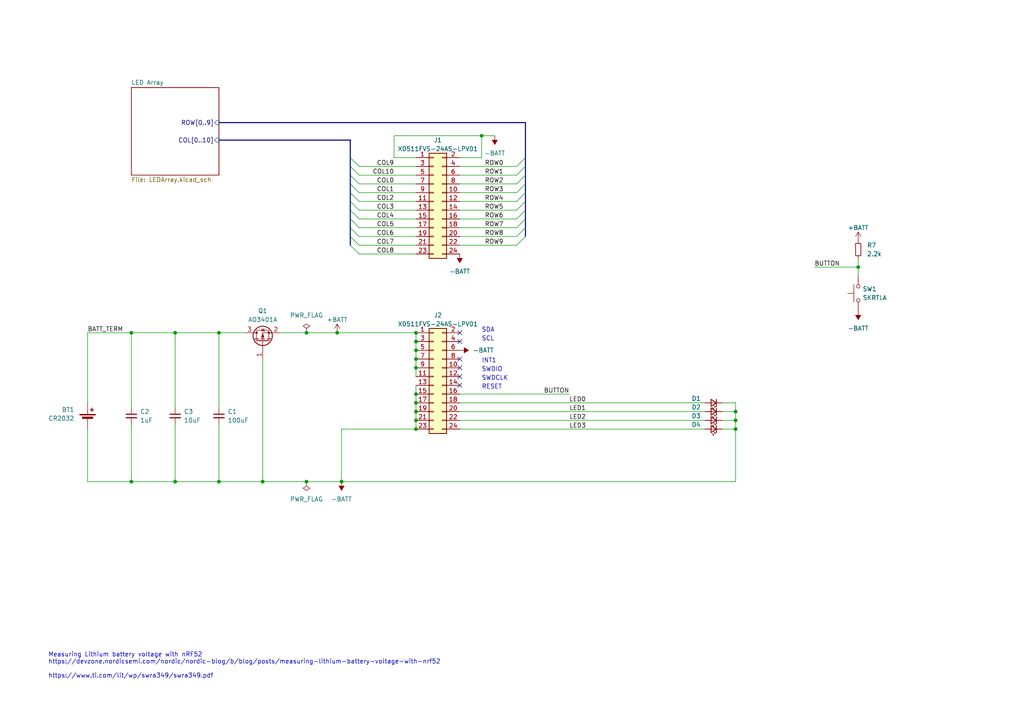
<source format=kicad_sch>
(kicad_sch (version 20230121) (generator eeschema)
  (paper "A4")
  (lib_symbols
    (symbol "Connector_Generic:Conn_02x12_Odd_Even" (pin_names (offset 1.016) hide)
      (property "Reference" "J" (at 1.27 15.24 0))
      (property "Value" "Conn_02x12_Odd_Even" (at 1.27 -17.78 0))
      (symbol "Conn_02x12_Odd_Even_1_1"
        (rectangle (start -1.27 -15.113) (end 0 -15.367) (stroke (width 0.1524)))
        (rectangle (start -1.27 -12.573) (end 0 -12.827) (stroke (width 0.1524)))
        (rectangle (start -1.27 -10.033) (end 0 -10.287) (stroke (width 0.1524)))
        (rectangle (start -1.27 -7.493) (end 0 -7.747) (stroke (width 0.1524)))
        (rectangle (start -1.27 -4.953) (end 0 -5.207) (stroke (width 0.1524)))
        (rectangle (start -1.27 -2.413) (end 0 -2.667) (stroke (width 0.1524)))
        (rectangle (start -1.27 0.127) (end 0 -0.127) (stroke (width 0.1524)))
        (rectangle (start -1.27 2.667) (end 0 2.413) (stroke (width 0.1524)))
        (rectangle (start -1.27 5.207) (end 0 4.953) (stroke (width 0.1524)))
        (rectangle (start -1.27 7.747) (end 0 7.493) (stroke (width 0.1524)))
        (rectangle (start -1.27 10.287) (end 0 10.033) (stroke (width 0.1524)))
        (rectangle (start -1.27 12.827) (end 0 12.573) (stroke (width 0.1524)))
        (rectangle (start -1.27 13.97) (end 3.81 -16.51) (stroke (width 0.254)) (fill (type background)))
        (rectangle (start 3.81 -15.113) (end 2.54 -15.367) (stroke (width 0.1524)))
        (rectangle (start 3.81 -12.573) (end 2.54 -12.827) (stroke (width 0.1524)))
        (rectangle (start 3.81 -10.033) (end 2.54 -10.287) (stroke (width 0.1524)))
        (rectangle (start 3.81 -7.493) (end 2.54 -7.747) (stroke (width 0.1524)))
        (rectangle (start 3.81 -4.953) (end 2.54 -5.207) (stroke (width 0.1524)))
        (rectangle (start 3.81 -2.413) (end 2.54 -2.667) (stroke (width 0.1524)))
        (rectangle (start 3.81 0.127) (end 2.54 -0.127) (stroke (width 0.1524)))
        (rectangle (start 3.81 2.667) (end 2.54 2.413) (stroke (width 0.1524)))
        (rectangle (start 3.81 5.207) (end 2.54 4.953) (stroke (width 0.1524)))
        (rectangle (start 3.81 7.747) (end 2.54 7.493) (stroke (width 0.1524)))
        (rectangle (start 3.81 10.287) (end 2.54 10.033) (stroke (width 0.1524)))
        (rectangle (start 3.81 12.827) (end 2.54 12.573) (stroke (width 0.1524)))
        (pin passive line (at -5.08 12.7 0) (length 3.81) (name "Pin_1") (number "1"))
        (pin passive line (at 7.62 2.54 180) (length 3.81) (name "Pin_10") (number "10"))
        (pin passive line (at -5.08 0 0) (length 3.81) (name "Pin_11") (number "11"))
        (pin passive line (at 7.62 0 180) (length 3.81) (name "Pin_12") (number "12"))
        (pin passive line (at -5.08 -2.54 0) (length 3.81) (name "Pin_13") (number "13"))
        (pin passive line (at 7.62 -2.54 180) (length 3.81) (name "Pin_14") (number "14"))
        (pin passive line (at -5.08 -5.08 0) (length 3.81) (name "Pin_15") (number "15"))
        (pin passive line (at 7.62 -5.08 180) (length 3.81) (name "Pin_16") (number "16"))
        (pin passive line (at -5.08 -7.62 0) (length 3.81) (name "Pin_17") (number "17"))
        (pin passive line (at 7.62 -7.62 180) (length 3.81) (name "Pin_18") (number "18"))
        (pin passive line (at -5.08 -10.16 0) (length 3.81) (name "Pin_19") (number "19"))
        (pin passive line (at 7.62 12.7 180) (length 3.81) (name "Pin_2") (number "2"))
        (pin passive line (at 7.62 -10.16 180) (length 3.81) (name "Pin_20") (number "20"))
        (pin passive line (at -5.08 -12.7 0) (length 3.81) (name "Pin_21") (number "21"))
        (pin passive line (at 7.62 -12.7 180) (length 3.81) (name "Pin_22") (number "22"))
        (pin passive line (at -5.08 -15.24 0) (length 3.81) (name "Pin_23") (number "23"))
        (pin passive line (at 7.62 -15.24 180) (length 3.81) (name "Pin_24") (number "24"))
        (pin passive line (at -5.08 10.16 0) (length 3.81) (name "Pin_3") (number "3"))
        (pin passive line (at 7.62 10.16 180) (length 3.81) (name "Pin_4") (number "4"))
        (pin passive line (at -5.08 7.62 0) (length 3.81) (name "Pin_5") (number "5"))
        (pin passive line (at 7.62 7.62 180) (length 3.81) (name "Pin_6") (number "6"))
        (pin passive line (at -5.08 5.08 0) (length 3.81) (name "Pin_7") (number "7"))
        (pin passive line (at 7.62 5.08 180) (length 3.81) (name "Pin_8") (number "8"))
        (pin passive line (at -5.08 2.54 0) (length 3.81) (name "Pin_9") (number "9"))
      )
    )
    (symbol "Device:Battery_Cell" (pin_numbers hide) (pin_names (offset 0) hide)
      (property "Reference" "BT" (at 2.54 2.54 0))
      (property "Value" "Battery_Cell" (at 2.54 0 0))
      (symbol "Battery_Cell_0_1"
        (rectangle (start -2.286 1.778) (end 2.286 1.524) (fill (type outline)))
        (rectangle (start -1.524 1.016) (end 1.524 0.508) (fill (type outline)))
        (polyline (pts (xy 0 0.762) (xy 0 0)))
        (polyline (pts (xy 0 1.778) (xy 0 2.54)))
        (polyline (pts (xy 0.762 3.048) (xy 1.778 3.048)) (stroke (width 0.254)))
        (polyline (pts (xy 1.27 3.556) (xy 1.27 2.54)) (stroke (width 0.254)))
      )
      (symbol "Battery_Cell_1_1"
        (pin passive line (at 0 5.08 270) (length 2.54) (name "+") (number "1"))
        (pin passive line (at 0 -2.54 90) (length 2.54) (name "-") (number "2"))
      )
    )
    (symbol "Device:C_Small" (pin_numbers hide) (pin_names (offset 0.254) hide)
      (property "Reference" "C" (at 0.254 1.778 0))
      (property "Value" "C_Small" (at 0.254 -2.032 0))
      (symbol "C_Small_0_1"
        (polyline (pts (xy -1.524 -0.508) (xy 1.524 -0.508)) (stroke (width 0.3302)))
        (polyline (pts (xy -1.524 0.508) (xy 1.524 0.508)) (stroke (width 0.3048)))
      )
      (symbol "C_Small_1_1"
        (pin passive line (at 0 2.54 270) (length 2.032) (name "~") (number "1"))
        (pin passive line (at 0 -2.54 90) (length 2.032) (name "~") (number "2"))
      )
    )
    (symbol "Device:LED_Small" (pin_numbers hide) (pin_names (offset 0.254) hide)
      (property "Reference" "D" (at -1.27 3.175 0))
      (property "Value" "LED_Small" (at -4.445 -2.54 0))
      (symbol "LED_Small_0_1"
        (polyline (pts (xy -0.762 -1.016) (xy -0.762 1.016)) (stroke (width 0.254)))
        (polyline (pts (xy 1.016 0) (xy -0.762 0)))
        (polyline (pts (xy 0.762 -1.016) (xy -0.762 0) (xy 0.762 1.016) (xy 0.762 -1.016)) (stroke (width 0.254)))
        (polyline (pts (xy 0 0.762) (xy -0.508 1.27) (xy -0.254 1.27) (xy -0.508 1.27) (xy -0.508 1.016)))
        (polyline (pts (xy 0.508 1.27) (xy 0 1.778) (xy 0.254 1.778) (xy 0 1.778) (xy 0 1.524)))
      )
      (symbol "LED_Small_1_1"
        (pin passive line (at -2.54 0 0) (length 1.778) (name "K") (number "1"))
        (pin passive line (at 2.54 0 180) (length 1.778) (name "A") (number "2"))
      )
    )
    (symbol "Device:Q_PMOS_GSD" (pin_names (offset 0) hide)
      (property "Reference" "Q" (at 5.08 1.27 0))
      (property "Value" "Q_PMOS_GSD" (at 5.08 -1.27 0))
      (symbol "Q_PMOS_GSD_0_1"
        (polyline (pts (xy 0.254 0) (xy -2.54 0)))
        (polyline (pts (xy 0.254 1.905) (xy 0.254 -1.905)) (stroke (width 0.254)))
        (polyline (pts (xy 0.762 -1.27) (xy 0.762 -2.286)) (stroke (width 0.254)))
        (polyline (pts (xy 0.762 0.508) (xy 0.762 -0.508)) (stroke (width 0.254)))
        (polyline (pts (xy 0.762 2.286) (xy 0.762 1.27)) (stroke (width 0.254)))
        (polyline (pts (xy 2.54 2.54) (xy 2.54 1.778)))
        (polyline (pts (xy 2.54 -2.54) (xy 2.54 0) (xy 0.762 0)))
        (polyline (pts (xy 0.762 1.778) (xy 3.302 1.778) (xy 3.302 -1.778) (xy 0.762 -1.778)))
        (polyline (pts (xy 2.286 0) (xy 1.27 0.381) (xy 1.27 -0.381) (xy 2.286 0)) (fill (type outline)))
        (polyline (pts (xy 2.794 -0.508) (xy 2.921 -0.381) (xy 3.683 -0.381) (xy 3.81 -0.254)))
        (polyline (pts (xy 3.302 -0.381) (xy 2.921 0.254) (xy 3.683 0.254) (xy 3.302 -0.381)))
        (circle (center 1.651 0) (radius 2.794) (stroke (width 0.254)))
        (circle (center 2.54 -1.778) (radius 0.254) (fill (type outline)))
        (circle (center 2.54 1.778) (radius 0.254) (fill (type outline)))
      )
      (symbol "Q_PMOS_GSD_1_1"
        (pin input line (at -5.08 0 0) (length 2.54) (name "G") (number "1"))
        (pin passive line (at 2.54 -5.08 90) (length 2.54) (name "S") (number "2"))
        (pin passive line (at 2.54 5.08 270) (length 2.54) (name "D") (number "3"))
      )
    )
    (symbol "Device:R_Small" (pin_numbers hide) (pin_names (offset 0.254) hide)
      (property "Reference" "R" (at 0.762 0.508 0))
      (property "Value" "R_Small" (at 0.762 -1.016 0))
      (symbol "R_Small_0_1"
        (rectangle (start -0.762 1.778) (end 0.762 -1.778) (stroke (width 0.2032)))
      )
      (symbol "R_Small_1_1"
        (pin passive line (at 0 2.54 270) (length 0.762) (name "~") (number "1"))
        (pin passive line (at 0 -2.54 90) (length 0.762) (name "~") (number "2"))
      )
    )
    (symbol "Switch:SW_Push" (pin_numbers hide) (pin_names (offset 1.016) hide)
      (property "Reference" "SW" (at 1.27 2.54 0))
      (property "Value" "SW_Push" (at 0 -1.524 0))
      (symbol "SW_Push_0_1"
        (circle (center -2.032 0) (radius 0.508))
        (polyline (pts (xy 0 1.27) (xy 0 3.048)))
        (polyline (pts (xy 2.54 1.27) (xy -2.54 1.27)))
        (circle (center 2.032 0) (radius 0.508))
        (pin passive line (at -5.08 0 0) (length 2.54) (name "1") (number "1"))
        (pin passive line (at 5.08 0 180) (length 2.54) (name "2") (number "2"))
      )
    )
    (symbol "power:+BATT" (power) (pin_names (offset 0))
      (property "Value" "+BATT" (at 0 3.556 0))
      (symbol "+BATT_0_1"
        (polyline (pts (xy -0.762 1.27) (xy 0 2.54)))
        (polyline (pts (xy 0 0) (xy 0 2.54)))
        (polyline (pts (xy 0 2.54) (xy 0.762 1.27)))
      )
      (symbol "+BATT_1_1"
        (pin power_in line (at 0 0 90) (length 0) hide (name "+BATT") (number "1"))
      )
    )
    (symbol "power:-BATT" (power) (pin_names (offset 0))
      (property "Value" "-BATT" (at 0 3.556 0))
      (symbol "-BATT_0_1"
        (polyline (pts (xy 0 0) (xy 0 2.54)))
        (polyline (pts (xy 0.762 1.27) (xy -0.762 1.27) (xy 0 2.54) (xy 0.762 1.27)) (fill (type outline)))
      )
      (symbol "-BATT_1_1"
        (pin power_in line (at 0 0 90) (length 0) hide (name "-BATT") (number "1"))
      )
    )
    (symbol "power:PWR_FLAG" (power) (pin_numbers hide) (pin_names (offset 0) hide)
      (property "Value" "PWR_FLAG" (at 0 3.81 0))
      (symbol "PWR_FLAG_0_0"
        (pin power_out line (at 0 0 90) (length 0) (name "pwr") (number "1"))
      )
      (symbol "PWR_FLAG_0_1"
        (polyline (pts (xy 0 0) (xy 0 1.27) (xy -1.016 1.905) (xy 0 2.54) (xy 1.016 1.905) (xy 0 1.27)))
      )
    )
  )
  (junction (at 248.92 77.47))
  (junction (at 97.79 96.52))
  (junction (at 88.9 139.7))
  (junction (at 120.65 99.06))
  (junction (at 63.5 96.52))
  (junction (at 120.65 116.84))
  (junction (at 63.5 139.7))
  (junction (at 120.65 106.68))
  (junction (at 213.36 124.46))
  (junction (at 99.06 139.7))
  (junction (at 213.36 119.38))
  (junction (at 50.8 96.52))
  (junction (at 120.65 124.46))
  (junction (at 120.65 104.14))
  (junction (at 120.65 121.92))
  (junction (at 76.2 139.7))
  (junction (at 120.65 101.6))
  (junction (at 120.65 119.38))
  (junction (at 38.1 139.7))
  (junction (at 50.8 139.7))
  (junction (at 213.36 121.92))
  (junction (at 120.65 114.3))
  (junction (at 120.65 96.52))
  (junction (at 38.1 96.52))
  (junction (at 139.7 39.37))
  (junction (at 88.9 96.52))
  (no_connect (at 133.35 104.14))
  (no_connect (at 133.35 109.22))
  (no_connect (at 133.35 99.06))
  (no_connect (at 133.35 111.76))
  (no_connect (at 133.35 106.68))
  (no_connect (at 133.35 96.52))
  (bus_entry (at 152.4 55.88) (size -2.54 2.54))
  (bus_entry (at 152.4 45.72) (size -2.54 2.54))
  (bus_entry (at 152.4 48.26) (size -2.54 2.54))
  (bus_entry (at 101.6 48.26) (size 2.54 2.54))
  (bus_entry (at 101.6 45.72) (size 2.54 2.54))
  (bus_entry (at 101.6 68.58) (size 2.54 2.54))
  (bus_entry (at 152.4 50.8) (size -2.54 2.54))
  (bus_entry (at 152.4 60.96) (size -2.54 2.54))
  (bus_entry (at 101.6 60.96) (size 2.54 2.54))
  (bus_entry (at 101.6 71.12) (size 2.54 2.54))
  (bus_entry (at 152.4 66.04) (size -2.54 2.54))
  (bus_entry (at 101.6 58.42) (size 2.54 2.54))
  (bus_entry (at 101.6 63.5) (size 2.54 2.54))
  (bus_entry (at 152.4 53.34) (size -2.54 2.54))
  (bus_entry (at 152.4 63.5) (size -2.54 2.54))
  (bus_entry (at 101.6 55.88) (size 2.54 2.54))
  (bus_entry (at 101.6 53.34) (size 2.54 2.54))
  (bus_entry (at 101.6 50.8) (size 2.54 2.54))
  (bus_entry (at 101.6 66.04) (size 2.54 2.54))
  (bus_entry (at 152.4 68.58) (size -2.54 2.54))
  (bus_entry (at 152.4 58.42) (size -2.54 2.54))
  (wire (pts (xy 133.35 119.38) (xy 204.47 119.38)))
  (wire (pts (xy 133.35 71.12) (xy 149.86 71.12)))
  (bus (pts (xy 152.4 63.5) (xy 152.4 66.04)))
  (bus (pts (xy 101.6 48.26) (xy 101.6 50.8)))
  (wire (pts (xy 104.14 73.66) (xy 120.65 73.66)))
  (wire (pts (xy 209.55 119.38) (xy 213.36 119.38)))
  (wire (pts (xy 248.92 74.93) (xy 248.92 77.47)))
  (wire (pts (xy 209.55 116.84) (xy 213.36 116.84)))
  (wire (pts (xy 25.4 139.7) (xy 25.4 124.46)))
  (wire (pts (xy 133.35 58.42) (xy 149.86 58.42)))
  (wire (pts (xy 63.5 96.52) (xy 71.12 96.52)))
  (wire (pts (xy 25.4 96.52) (xy 38.1 96.52)))
  (wire (pts (xy 133.35 116.84) (xy 204.47 116.84)))
  (bus (pts (xy 63.5 40.64) (xy 101.6 40.64)))
  (bus (pts (xy 101.6 66.04) (xy 101.6 68.58)))
  (wire (pts (xy 76.2 139.7) (xy 88.9 139.7)))
  (wire (pts (xy 63.5 96.52) (xy 63.5 118.11)))
  (bus (pts (xy 63.5 35.56) (xy 152.4 35.56)))
  (wire (pts (xy 248.92 77.47) (xy 248.92 80.01)))
  (wire (pts (xy 120.65 104.14) (xy 120.65 106.68)))
  (wire (pts (xy 139.7 39.37) (xy 143.51 39.37)))
  (bus (pts (xy 152.4 48.26) (xy 152.4 50.8)))
  (bus (pts (xy 152.4 60.96) (xy 152.4 63.5)))
  (wire (pts (xy 209.55 124.46) (xy 213.36 124.46)))
  (wire (pts (xy 133.35 68.58) (xy 149.86 68.58)))
  (bus (pts (xy 152.4 50.8) (xy 152.4 53.34)))
  (wire (pts (xy 120.65 99.06) (xy 120.65 101.6)))
  (wire (pts (xy 213.36 124.46) (xy 213.36 139.7)))
  (wire (pts (xy 50.8 96.52) (xy 50.8 118.11)))
  (wire (pts (xy 63.5 123.19) (xy 63.5 139.7)))
  (wire (pts (xy 114.3 39.37) (xy 139.7 39.37)))
  (wire (pts (xy 104.14 60.96) (xy 120.65 60.96)))
  (wire (pts (xy 120.65 111.76) (xy 120.65 114.3)))
  (wire (pts (xy 104.14 63.5) (xy 120.65 63.5)))
  (bus (pts (xy 101.6 53.34) (xy 101.6 55.88)))
  (wire (pts (xy 104.14 50.8) (xy 120.65 50.8)))
  (wire (pts (xy 213.36 116.84) (xy 213.36 119.38)))
  (wire (pts (xy 209.55 121.92) (xy 213.36 121.92)))
  (wire (pts (xy 38.1 139.7) (xy 50.8 139.7)))
  (wire (pts (xy 104.14 68.58) (xy 120.65 68.58)))
  (wire (pts (xy 133.35 50.8) (xy 149.86 50.8)))
  (wire (pts (xy 133.35 53.34) (xy 149.86 53.34)))
  (wire (pts (xy 120.65 114.3) (xy 120.65 116.84)))
  (bus (pts (xy 152.4 45.72) (xy 152.4 48.26)))
  (wire (pts (xy 133.35 55.88) (xy 149.86 55.88)))
  (bus (pts (xy 152.4 58.42) (xy 152.4 60.96)))
  (wire (pts (xy 99.06 124.46) (xy 120.65 124.46)))
  (wire (pts (xy 81.28 96.52) (xy 88.9 96.52)))
  (wire (pts (xy 104.14 66.04) (xy 120.65 66.04)))
  (bus (pts (xy 152.4 66.04) (xy 152.4 68.58)))
  (bus (pts (xy 101.6 58.42) (xy 101.6 60.96)))
  (wire (pts (xy 120.65 101.6) (xy 120.65 104.14)))
  (wire (pts (xy 133.35 66.04) (xy 149.86 66.04)))
  (bus (pts (xy 101.6 45.72) (xy 101.6 48.26)))
  (bus (pts (xy 101.6 63.5) (xy 101.6 66.04)))
  (wire (pts (xy 133.35 60.96) (xy 149.86 60.96)))
  (wire (pts (xy 99.06 139.7) (xy 213.36 139.7)))
  (wire (pts (xy 88.9 96.52) (xy 97.79 96.52)))
  (wire (pts (xy 213.36 119.38) (xy 213.36 121.92)))
  (wire (pts (xy 88.9 139.7) (xy 99.06 139.7)))
  (wire (pts (xy 120.65 121.92) (xy 120.65 119.38)))
  (wire (pts (xy 120.65 45.72) (xy 114.3 45.72)))
  (wire (pts (xy 38.1 123.19) (xy 38.1 139.7)))
  (wire (pts (xy 104.14 48.26) (xy 120.65 48.26)))
  (wire (pts (xy 76.2 104.14) (xy 76.2 139.7)))
  (wire (pts (xy 213.36 124.46) (xy 213.36 121.92)))
  (bus (pts (xy 101.6 50.8) (xy 101.6 53.34)))
  (bus (pts (xy 101.6 60.96) (xy 101.6 63.5)))
  (wire (pts (xy 133.35 48.26) (xy 149.86 48.26)))
  (wire (pts (xy 236.22 77.47) (xy 248.92 77.47)))
  (wire (pts (xy 104.14 53.34) (xy 120.65 53.34)))
  (wire (pts (xy 50.8 123.19) (xy 50.8 139.7)))
  (wire (pts (xy 25.4 139.7) (xy 38.1 139.7)))
  (wire (pts (xy 120.65 124.46) (xy 120.65 121.92)))
  (wire (pts (xy 133.35 121.92) (xy 204.47 121.92)))
  (wire (pts (xy 120.65 106.68) (xy 120.65 109.22)))
  (wire (pts (xy 104.14 55.88) (xy 120.65 55.88)))
  (bus (pts (xy 152.4 55.88) (xy 152.4 58.42)))
  (wire (pts (xy 99.06 124.46) (xy 99.06 139.7)))
  (wire (pts (xy 38.1 96.52) (xy 38.1 118.11)))
  (wire (pts (xy 120.65 96.52) (xy 97.79 96.52)))
  (bus (pts (xy 152.4 35.56) (xy 152.4 45.72)))
  (wire (pts (xy 120.65 96.52) (xy 120.65 99.06)))
  (wire (pts (xy 120.65 116.84) (xy 120.65 119.38)))
  (wire (pts (xy 114.3 45.72) (xy 114.3 39.37)))
  (wire (pts (xy 133.35 63.5) (xy 149.86 63.5)))
  (bus (pts (xy 101.6 68.58) (xy 101.6 71.12)))
  (bus (pts (xy 101.6 55.88) (xy 101.6 58.42)))
  (wire (pts (xy 38.1 96.52) (xy 50.8 96.52)))
  (bus (pts (xy 152.4 53.34) (xy 152.4 55.88)))
  (wire (pts (xy 104.14 58.42) (xy 120.65 58.42)))
  (wire (pts (xy 139.7 39.37) (xy 139.7 45.72)))
  (wire (pts (xy 133.35 114.3) (xy 165.1 114.3)))
  (wire (pts (xy 104.14 71.12) (xy 120.65 71.12)))
  (wire (pts (xy 25.4 96.52) (xy 25.4 116.84)))
  (bus (pts (xy 101.6 40.64) (xy 101.6 45.72)))
  (wire (pts (xy 139.7 45.72) (xy 133.35 45.72)))
  (wire (pts (xy 50.8 96.52) (xy 63.5 96.52)))
  (wire (pts (xy 63.5 139.7) (xy 76.2 139.7)))
  (wire (pts (xy 133.35 124.46) (xy 204.47 124.46)))
  (wire (pts (xy 50.8 139.7) (xy 63.5 139.7)))
  (text "SDA" (at 139.7 96.52 0) (effects (font (size 1.27 1.27)) (justify left bottom)))
  (text "SCL" (at 139.7 99.06 0) (effects (font (size 1.27 1.27)) (justify left bottom)))
  (text "SWDCLK" (at 139.7 110.49 0) (effects (font (size 1.27 1.27)) (justify left bottom)))
  (text "INT1" (at 139.7 105.41 0) (effects (font (size 1.27 1.27)) (justify left bottom)))
  (text "SWDIO" (at 139.7 107.95 0) (effects (font (size 1.27 1.27)) (justify left bottom)))
  (text "Measuring Lithium battery voltage with nRF52\nhttps://devzone.nordicsemi.com/nordic/nordic-blog/b/blog/posts/measuring-lithium-battery-voltage-with-nrf52\n\nhttps://www.ti.com/lit/wp/swra349/swra349.pdf" (at 13.97 196.85 0) (effects (font (size 1.27 1.27)) (justify left bottom)))
  (text "RESET" (at 139.7 113.03 0) (effects (font (size 1.27 1.27)) (justify left bottom)))
  (label "COL1" (at 114.3 55.88 180))
  (label "BUTTON" (at 236.22 77.47 0))
  (label "ROW5" (at 146.05 60.96 180))
  (label "LED2" (at 165.1 121.92 0))
  (label "ROW9" (at 146.05 71.12 180))
  (label "COL5" (at 114.3 66.04 180))
  (label "ROW8" (at 146.05 68.58 180))
  (label "ROW7" (at 146.05 66.04 180))
  (label "ROW4" (at 146.05 58.42 180))
  (label "COL9" (at 114.3 48.26 180))
  (label "COL8" (at 114.3 73.66 180))
  (label "ROW0" (at 146.05 48.26 180))
  (label "LED1" (at 165.1 119.38 0))
  (label "LED3" (at 165.1 124.46 0))
  (label "ROW2" (at 146.05 53.34 180))
  (label "BUTTON" (at 165.1 114.3 180))
  (label "COL7" (at 114.3 71.12 180))
  (label "ROW1" (at 146.05 50.8 180))
  (label "COL0" (at 114.3 53.34 180))
  (label "COL2" (at 114.3 58.42 180))
  (label "COL4" (at 114.3 63.5 180))
  (label "BATT_TERM" (at 25.4 96.52 0))
  (label "ROW3" (at 146.05 55.88 180))
  (label "COL10" (at 114.3 50.8 180))
  (label "COL3" (at 114.3 60.96 180))
  (label "COL6" (at 114.3 68.58 180))
  (label "LED0" (at 165.1 116.84 0))
  (label "ROW6" (at 146.05 63.5 180))
  (symbol (lib_id "Device:Battery_Cell") (at 25.4 121.92 0) (unit 1)
    (property "Reference" "BT1" (at 21.59 118.8085 0) (effects (justify right)))
    (property "Value" "CR2032" (at 21.59 121.3485 0) (effects (justify right)))
    (property "Footprint" "Battery:BatteryHolder_Keystone_1060_1x2032" (effects hide))
  )
  (symbol (lib_id "power:+BATT") (at 248.92 69.85 0) (unit 1)
    (property "Reference" "#PWR09" (effects hide))
    (property "Value" "+BATT" (at 248.92 66.04 0))
  )
  (symbol (lib_id "power:-BATT") (at 143.51 39.37 180) (unit 1)
    (property "Reference" "#PWR01" (effects hide))
    (property "Value" "-BATT" (at 143.51 44.45 0))
  )
  (symbol (lib_id "Device:LED_Small") (at 207.01 124.46 180) (unit 1)
    (property "Reference" "D4" (at 201.93 123.19 0))
    (property "Value" "LED_Small" (effects hide))
    (property "Footprint" "LED_SMD:LED_0402_1005Metric" (effects hide))
  )
  (symbol (lib_id "power:-BATT") (at 133.35 101.6 270) (unit 1)
    (property "Reference" "#PWR02" (effects hide))
    (property "Value" "-BATT" (at 137.16 101.6 90) (effects (justify left)))
  )
  (symbol (lib_id "Device:C_Small") (at 63.5 120.65 0) (unit 1)
    (property "Reference" "C1" (at 66.04 119.3863 0) (effects (justify left)))
    (property "Value" "100uF" (at 66.04 121.9263 0) (effects (justify left)))
    (property "Footprint" "Capacitor_SMD:C_1206_3216Metric" (effects hide))
  )
  (symbol (lib_id "power:-BATT") (at 99.06 139.7 180) (unit 1)
    (property "Reference" "#PWR05" (effects hide))
    (property "Value" "-BATT" (at 99.06 144.78 0))
  )
  (symbol (lib_id "Connector_Generic:Conn_02x12_Odd_Even") (at 125.73 58.42 0) (unit 1)
    (property "Reference" "J1" (at 127 40.64 0))
    (property "Value" "X0511FVS-24AS-LPV01" (at 127 43.18 0))
    (property "Footprint" "WordWatch:X0511FVS-24AS-LPV01" (effects hide))
  )
  (symbol (lib_id "power:PWR_FLAG") (at 88.9 139.7 180) (unit 1)
    (property "Reference" "#FLG02" (effects hide))
    (property "Value" "PWR_FLAG" (at 88.9 144.78 0))
  )
  (symbol (lib_id "Connector_Generic:Conn_02x12_Odd_Even") (at 125.73 109.22 0) (unit 1)
    (property "Reference" "J2" (at 127 91.44 0))
    (property "Value" "X0511FVS-24AS-LPV01" (at 127 93.98 0))
    (property "Footprint" "WordWatch:X0511FVS-24AS-LPV01" (effects hide))
  )
  (symbol (lib_id "Device:LED_Small") (at 207.01 121.92 180) (unit 1)
    (property "Reference" "D3" (at 201.93 120.65 0))
    (property "Value" "LED_Small" (effects hide))
    (property "Footprint" "LED_SMD:LED_0402_1005Metric" (effects hide))
  )
  (symbol (lib_id "power:PWR_FLAG") (at 88.9 96.52 0) (unit 1)
    (property "Reference" "#FLG01" (effects hide))
    (property "Value" "PWR_FLAG" (at 88.9 91.44 0))
  )
  (symbol (lib_id "power:-BATT") (at 248.92 90.17 180) (unit 1)
    (property "Reference" "#PWR08" (effects hide))
    (property "Value" "-BATT" (at 248.92 95.25 0))
  )
  (symbol (lib_id "power:-BATT") (at 133.35 73.66 180) (unit 1)
    (property "Reference" "#PWR06" (effects hide))
    (property "Value" "-BATT" (at 133.35 78.74 0))
  )
  (symbol (lib_id "Device:R_Small") (at 248.92 72.39 0) (mirror y) (unit 1)
    (property "Reference" "R7" (at 251.46 71.12 0) (effects (justify right)))
    (property "Value" "2.2k" (at 251.46 73.66 0) (effects (justify right)))
    (property "Footprint" "Resistor_SMD:R_0402_1005Metric" (effects hide))
  )
  (symbol (lib_id "Device:LED_Small") (at 207.01 116.84 180) (unit 1)
    (property "Reference" "D1" (at 201.93 115.57 0))
    (property "Value" "LED_Small" (effects hide))
    (property "Footprint" "LED_SMD:LED_0402_1005Metric" (effects hide))
  )
  (symbol (lib_id "Device:C_Small") (at 50.8 120.65 0) (unit 1)
    (property "Reference" "C3" (at 53.34 119.3863 0) (effects (justify left)))
    (property "Value" "10uF" (at 53.34 121.9263 0) (effects (justify left)))
    (property "Footprint" "Capacitor_SMD:C_0603_1608Metric" (effects hide))
  )
  (symbol (lib_id "Device:Q_PMOS_GSD") (at 76.2 99.06 90) (unit 1)
    (property "Reference" "Q1" (at 76.2 90.17 90))
    (property "Value" "AO3401A" (at 76.2 92.71 90))
    (property "Footprint" "Package_TO_SOT_SMD:SOT-23" (effects hide))
  )
  (symbol (lib_id "Switch:SW_Push") (at 248.92 85.09 90) (unit 1)
    (property "Reference" "SW1" (at 250.19 83.82 90) (effects (justify right)))
    (property "Value" "SKRTLA" (at 250.19 86.36 90) (effects (justify right)))
    (property "Footprint" "Button_Switch_SMD:SW_Push_1P1T-MP_NO_Horizontal_Alps_SKRTLAE010" (effects hide))
  )
  (symbol (lib_id "Device:C_Small") (at 38.1 120.65 0) (unit 1)
    (property "Reference" "C2" (at 40.64 119.3863 0) (effects (justify left)))
    (property "Value" "1uF" (at 40.64 121.9263 0) (effects (justify left)))
    (property "Footprint" "Capacitor_SMD:C_0402_1005Metric" (effects hide))
  )
  (symbol (lib_id "power:+BATT") (at 97.79 96.52 0) (unit 1)
    (property "Reference" "#PWR03" (effects hide))
    (property "Value" "+BATT" (at 97.79 92.71 0))
  )
  (symbol (lib_id "Device:LED_Small") (at 207.01 119.38 180) (unit 1)
    (property "Reference" "D2" (at 201.93 118.11 0))
    (property "Value" "LED_Small" (effects hide))
    (property "Footprint" "LED_SMD:LED_0402_1005Metric" (effects hide))
  )
  (sheet (at 38.1 25.4) (size 25.4 25.4) (stroke (width 0.1524))
    (property "Sheetname" "LED Array" (at 38.1 24.6884 0) (effects (justify left bottom)))
    (property "Sheetfile" "LEDArray.kicad_sch" (at 38.1 51.3846 0) (effects (justify left top)))
    (pin "ROW[0..9]" input (at 63.5 35.56 0))
    (pin "COL[0..10]" input (at 63.5 40.64 0))
  )
)
</source>
